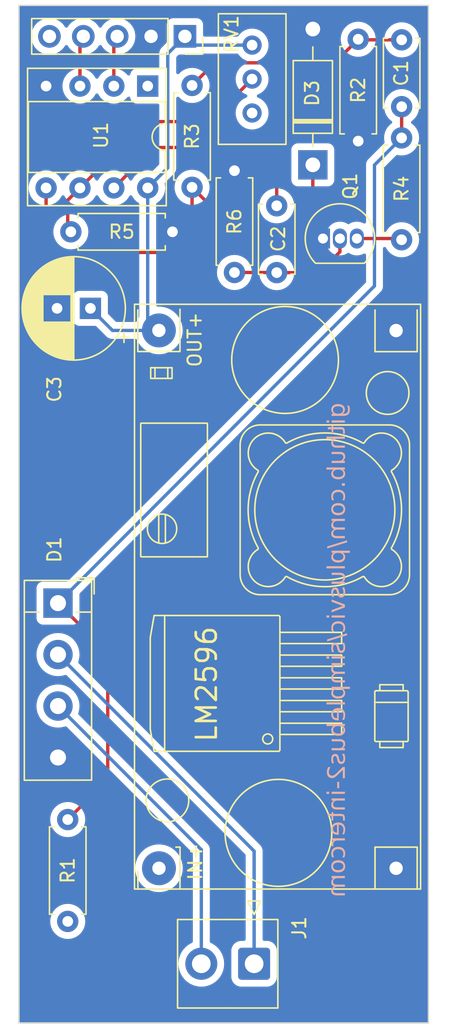
<source format=kicad_pcb>
(kicad_pcb (version 20240108) (generator "pcbnew") (generator_version "8.0")
  (layers (0 "F.Cu" signal) (31 "B.Cu" power) (34 "B.Paste" user) (35 "F.Paste" user) (36 "B.SilkS" user "B.Silkscreen") (37 "F.SilkS" user "F.Silkscreen") (38 "B.Mask" user) (39 "F.Mask" user) (44 "Edge.Cuts" user))
  (net 0 "")
  (net 1 "Net-(D1-+)")
  (net 2 "GND")
  (net 3 "Net-(J1-Pin_1)")
  (net 4 "Net-(J1-Pin_2)")
  (net 5 "+5V")
  (net 6 "UART TX")
  (net 7 "UART RX")
  (net 9 "Net-(Q1-B)")
  (net 10 "Net-(Q1-C)")
  (net 11 "Net-(J3-Pin_1)")
  (net 12 "REF VOLTAGE")
  (net 15 "Net-(U1-PB2)")
  (net 16 "Net-(C1-Pad2)")
  (net 17 "Net-(D3-K)")
  (net 18 "Net-(IN1-Pin_1)")
  (footprint "Capacitor_THT:C_Disc_D5.0mm_W2.5mm_P5.00mm" (layer "F.Cu") (at 55.669346 40.269213 -90)
    (property "Reference" "C2" (at 2.48158 -0.112687 -90) (layer "F.SilkS"))
    (property "Value" "100nF")
    (fp_line (start -0.12 1.37) (end 5.12 1.37) (stroke (width 0.12)) (layer "F.SilkS"))
    (fp_line (start -0.12 1.055) (end -0.12 1.37) (stroke (width 0.12)) (layer "F.SilkS"))
    (fp_line (start 5.12 1.055) (end 5.12 1.37) (stroke (width 0.12)) (layer "F.SilkS"))
    (fp_line (start -0.12 -1.37) (end -0.12 -1.055) (stroke (width 0.12)) (layer "F.SilkS"))
    (fp_line (start -0.12 -1.37) (end 5.12 -1.37) (stroke (width 0.12)) (layer "F.SilkS"))
    (fp_line (start 5.12 -1.37) (end 5.12 -1.055) (stroke (width 0.12)) (layer "F.SilkS"))
    (pad "1" thru_hole circle (at 0 0 270) (size 1.6 1.6) (drill 0.8) (layers "*.Cu" "*.Mask") (net 15 "Net-(U1-PB2)"))
    (pad "2" thru_hole circle (at 5 0 270) (size 1.6 1.6) (drill 0.8) (layers "*.Cu" "*.Mask") (net 9 "Net-(Q1-B)"))
  )
  (footprint "Capacitor_THT:C_Disc_D5.0mm_W2.5mm_P5.00mm" (layer "F.Cu") (at 65.037233 32.852856 90)
    (property "Reference" "C1" (at 2.5 -0.037233 90) (layer "F.SilkS"))
    (property "Value" "0.1uF")
    (fp_line (start 5.12 -1.37) (end 5.12 -1.055) (stroke (width 0.12)) (layer "F.SilkS"))
    (fp_line (start -0.12 -1.37) (end 5.12 -1.37) (stroke (width 0.12)) (layer "F.SilkS"))
    (fp_line (start -0.12 -1.37) (end -0.12 -1.055) (stroke (width 0.12)) (layer "F.SilkS"))
    (fp_line (start 5.12 1.055) (end 5.12 1.37) (stroke (width 0.12)) (layer "F.SilkS"))
    (fp_line (start -0.12 1.055) (end -0.12 1.37) (stroke (width 0.12)) (layer "F.SilkS"))
    (fp_line (start -0.12 1.37) (end 5.12 1.37) (stroke (width 0.12)) (layer "F.SilkS"))
    (pad "1" thru_hole circle (at 0 0 90) (size 1.6 1.6) (drill 0.8) (layers "*.Cu" "*.Mask") (net 1 "Net-(D1-+)"))
    (pad "2" thru_hole circle (at 5 0 90) (size 1.6 1.6) (drill 0.8) (layers "*.Cu" "*.Mask") (net 16 "Net-(C1-Pad2)"))
  )
  (footprint "Resistor_THT:R_Axial_DIN0207_L6.3mm_D2.5mm_P7.62mm_Horizontal" (layer "F.Cu") (at 65.031734 35.19 -90)
    (property "Reference" "R4" (at 3.81 0 -90) (layer "F.SilkS"))
    (property "Value" "220R")
    (fp_line (start 0.54 1.37) (end 7.08 1.37) (stroke (width 0.12)) (layer "F.SilkS"))
    (fp_line (start 7.08 1.37) (end 7.08 1.04) (stroke (width 0.12)) (layer "F.SilkS"))
    (fp_line (start 0.54 1.04) (end 0.54 1.37) (stroke (width 0.12)) (layer "F.SilkS"))
    (fp_line (start 0.54 -1.04) (end 0.54 -1.37) (stroke (width 0.12)) (layer "F.SilkS"))
    (fp_line (start 0.54 -1.37) (end 7.08 -1.37) (stroke (width 0.12)) (layer "F.SilkS"))
    (fp_line (start 7.08 -1.37) (end 7.08 -1.04) (stroke (width 0.12)) (layer "F.SilkS"))
    (pad "1" thru_hole circle (at 0 0 270) (size 1.6 1.6) (drill 0.8) (layers "*.Cu" "*.Mask") (net 1 "Net-(D1-+)"))
    (pad "2" thru_hole oval (at 7.62 0 270) (size 1.6 1.6) (drill 0.8) (layers "*.Cu" "*.Mask") (net 10 "Net-(Q1-C)"))
  )
  (footprint "Connector_PinSocket_2.54mm:PinSocket_1x05_P2.54mm_Vertical" (layer "F.Cu") (at 48.78737 27.592601 -90)
    (property "Reference" "J2" (hide yes))
    (property "Value" "HC-12")
    (fp_line (start -1.33 11.49) (end 1.33 11.49) (stroke (width 0.12)) (layer "F.SilkS"))
    (fp_line (start -1.33 1.27) (end -1.33 11.49) (stroke (width 0.12)) (layer "F.SilkS"))
    (fp_line (start -1.33 1.27) (end 1.33 1.27) (stroke (width 0.12)) (layer "F.SilkS"))
    (fp_line (start 1.33 1.27) (end 1.33 11.49) (stroke (width 0.12)) (layer "F.SilkS"))
    (fp_line (start 0 -1.33) (end 1.33 -1.33) (stroke (width 0.12)) (layer "F.SilkS"))
    (fp_line (start 1.33 -1.33) (end 1.33 0) (stroke (width 0.12)) (layer "F.SilkS"))
    (pad "1" thru_hole rect (at 0 0 270) (size 1.7 1.7) (drill 1) (layers "*.Cu" "*.Mask") (net 5 "+5V"))
    (pad "2" thru_hole oval (at 0 2.54 270) (size 1.7 1.7) (drill 1) (layers "*.Cu" "*.Mask") (net 2 "GND"))
    (pad "3" thru_hole oval (at 0 5.08 270) (size 1.7 1.7) (drill 1) (layers "*.Cu" "*.Mask") (net 6 "UART TX"))
    (pad "4" thru_hole oval (at 0 7.62 270) (size 1.7 1.7) (drill 1) (layers "*.Cu" "*.Mask") (net 7 "UART RX"))
    (pad "5" thru_hole oval (at 0 10.16 270) (size 1.7 1.7) (drill 1) (layers "*.Cu" "*.Mask"))
  )
  (footprint "Diode_THT:D_DO-41_SOD81_P10.16mm_Horizontal" (layer "F.Cu") (at 58.376591 37.205214 90)
    (property "Reference" "D3" (at 5.3594 -0.0508 90) (layer "F.SilkS"))
    (property "Value" "1N47xxA")
    (fp_line (start 7.8 -1.47) (end 2.36 -1.47) (stroke (width 0.12)) (layer "F.SilkS"))
    (fp_line (start 3.38 -1.47) (end 3.38 1.47) (stroke (width 0.12)) (layer "F.SilkS"))
    (fp_line (start 3.26 -1.47) (end 3.26 1.47) (stroke (width 0.12)) (layer "F.SilkS"))
    (fp_line (start 3.14 -1.47) (end 3.14 1.47) (stroke (width 0.12)) (layer "F.SilkS"))
    (fp_line (start 2.36 -1.47) (end 2.36 1.47) (stroke (width 0.12)) (layer "F.SilkS"))
    (fp_line (start 8.82 0) (end 7.8 0) (stroke (width 0.12)) (layer "F.SilkS"))
    (fp_line (start 1.34 0) (end 2.36 0) (stroke (width 0.12)) (layer "F.SilkS"))
    (fp_line (start 7.8 1.47) (end 7.8 -1.47) (stroke (width 0.12)) (layer "F.SilkS"))
    (fp_line (start 2.36 1.47) (end 7.8 1.47) (stroke (width 0.12)) (layer "F.SilkS"))
    (pad "1" thru_hole rect (at 0 0 90) (size 2.2 2.2) (drill 1.1) (layers "*.Cu" "*.Mask") (net 17 "Net-(D3-K)"))
    (pad "2" thru_hole oval (at 10.16 0 90) (size 2.2 2.2) (drill 1.1) (layers "*.Cu" "*.Mask") (net 2 "GND"))
  )
  (footprint "Potentiometer_THT:Potentiometer_Bourns_3296W_Vertical" (layer "F.Cu") (at 53.823273 28.247157 90)
    (property "Reference" "RV1" (at 0.821624 -1.541804 90) (layer "F.SilkS"))
    (property "Value" "3298")
    (fp_line (start 2.345 -2.53) (end 2.345 2.54) (stroke (width 0.12)) (layer "F.SilkS"))
    (fp_line (start -7.425 -2.53) (end 2.345 -2.53) (stroke (width 0.12)) (layer "F.SilkS"))
    (fp_line (start -7.425 -2.53) (end -7.425 2.54) (stroke (width 0.12)) (layer "F.SilkS"))
    (fp_line (start -7.425 2.54) (end 2.345 2.54) (stroke (width 0.12)) (layer "F.SilkS"))
    (pad "1" thru_hole circle (at 0 0 90) (size 1.44 1.44) (drill 0.8) (layers "*.Cu" "*.Mask") (net 5 "+5V"))
    (pad "2" thru_hole circle (at -2.54 0 90) (size 1.44 1.44) (drill 0.8) (layers "*.Cu" "*.Mask") (net 12 "REF VOLTAGE"))
    (pad "3" thru_hole circle (at -5.08 0 90) (size 1.44 1.44) (drill 0.8) (layers "*.Cu" "*.Mask"))
  )
  (footprint "Resistor_THT:R_Axial_DIN0207_L6.3mm_D2.5mm_P7.62mm_Horizontal" (layer "F.Cu") (at 40 86.19 -90)
    (property "Reference" "R1" (at 3.81 0 -90) (layer "F.SilkS"))
    (property "Value" "560R")
    (fp_line (start 0.54 1.37) (end 7.08 1.37) (stroke (width 0.12)) (layer "F.SilkS"))
    (fp_line (start 7.08 1.37) (end 7.08 1.04) (stroke (width 0.12)) (layer "F.SilkS"))
    (fp_line (start 0.54 1.04) (end 0.54 1.37) (stroke (width 0.12)) (layer "F.SilkS"))
    (fp_line (start 0.54 -1.04) (end 0.54 -1.37) (stroke (width 0.12)) (layer "F.SilkS"))
    (fp_line (start 0.54 -1.37) (end 7.08 -1.37) (stroke (width 0.12)) (layer "F.SilkS"))
    (fp_line (start 7.08 -1.37) (end 7.08 -1.04) (stroke (width 0.12)) (layer "F.SilkS"))
    (pad "1" thru_hole circle (at 0 0 270) (size 1.6 1.6) (drill 0.8) (layers "*.Cu" "*.Mask") (net 1 "Net-(D1-+)"))
    (pad "2" thru_hole oval (at 7.62 0 270) (size 1.6 1.6) (drill 0.8) (layers "*.Cu" "*.Mask") (net 18 "Net-(IN1-Pin_1)"))
  )
  (footprint "Package_TO_SOT_THT:TO-92_Inline" (layer "F.Cu") (at 59.137509 42.719059)
    (property "Reference" "Q1" (at 2.043242 -3.917166 90) (layer "F.SilkS"))
    (property "Value" "PN2222A")
    (fp_line (start -0.53 1.85) (end 3.07 1.85) (stroke (width 0.12)) (layer "F.SilkS"))
    (fp_arc (start -0.568478 1.838478) (mid -1.132087 -0.994977) (end 1.27 -2.6) (stroke (width 0.12)) (layer "F.SilkS"))
    (fp_arc (start 1.27 -2.6) (mid 3.672087 -0.994977) (end 3.108478 1.838478) (stroke (width 0.12)) (layer "F.SilkS"))
    (pad "1" thru_hole rect (at 0 0) (size 1.05 1.5) (drill 0.75) (layers "*.Cu" "*.Mask") (net 2 "GND"))
    (pad "2" thru_hole oval (at 1.27 0) (size 1.05 1.5) (drill 0.75) (layers "*.Cu" "*.Mask") (net 9 "Net-(Q1-B)"))
    (pad "3" thru_hole oval (at 2.54 0) (size 1.05 1.5) (drill 0.75) (layers "*.Cu" "*.Mask") (net 10 "Net-(Q1-C)"))
  )
  (footprint "Capacitor_THT:CP_Radial_D7.5mm_P2.50mm" (layer "F.Cu") (at 41.700494 47.941934 180)
    (property "Reference" "C3" (at 2.700494 -6.058066 -90) (layer "F.SilkS"))
    (property "Value" "1000uF")
    (fp_line (start 5.091 -0.441) (end 5.091 0.441) (stroke (width 0.12)) (layer "F.SilkS"))
    (fp_line (start 5.051 -0.693) (end 5.051 0.693) (stroke (width 0.12)) (layer "F.SilkS"))
    (fp_line (start 5.011 -0.877) (end 5.011 0.877) (stroke (width 0.12)) (layer "F.SilkS"))
    (fp_line (start 4.971 -1.028) (end 4.971 1.028) (stroke (width 0.12)) (layer "F.SilkS"))
    (fp_line (start 4.931 -1.158) (end 4.931 1.158) (stroke (width 0.12)) (layer "F.SilkS"))
    (fp_line (start 4.891 -1.275) (end 4.891 1.275) (stroke (width 0.12)) (layer "F.SilkS"))
    (fp_line (start 4.851 -1.381) (end 4.851 1.381) (stroke (width 0.12)) (layer "F.SilkS"))
    (fp_line (start 4.811 -1.478) (end 4.811 1.478) (stroke (width 0.12)) (layer "F.SilkS"))
    (fp_line (start 4.771 -1.569) (end 4.771 1.569) (stroke (width 0.12)) (layer "F.SilkS"))
    (fp_line (start 4.731 -1.654) (end 4.731 1.654) (stroke (width 0.12)) (layer "F.SilkS"))
    (fp_line (start 4.691 -1.733) (end 4.691 1.733) (stroke (width 0.12)) (layer "F.SilkS"))
    (fp_line (start 4.651 -1.809) (end 4.651 1.809) (stroke (width 0.12)) (layer "F.SilkS"))
    (fp_line (start 4.611 -1.881) (end 4.611 1.881) (stroke (width 0.12)) (layer "F.SilkS"))
    (fp_line (start 4.571 -1.949) (end 4.571 1.949) (stroke (width 0.12)) (layer "F.SilkS"))
    (fp_line (start 4.531 -2.014) (end 4.531 2.014) (stroke (width 0.12)) (layer "F.SilkS"))
    (fp_line (start 4.491 -2.077) (end 4.491 2.077) (stroke (width 0.12)) (layer "F.SilkS"))
    (fp_line (start 4.451 -2.137) (end 4.451 2.137) (stroke (width 0.12)) (layer "F.SilkS"))
    (fp_line (start 4.411 -2.195) (end 4.411 2.195) (stroke (width 0.12)) (layer "F.SilkS"))
    (fp_line (start 4.371 -2.25) (end 4.371 2.25) (stroke (width 0.12)) (layer "F.SilkS"))
    (fp_line (start 4.331 -2.304) (end 4.331 2.304) (stroke (width 0.12)) (layer "F.SilkS"))
    (fp_line (start 4.291 -2.355) (end 4.291 2.355) (stroke (width 0.12)) (layer "F.SilkS"))
    (fp_line (start 4.251 -2.405) (end 4.251 2.405) (stroke (width 0.12)) (layer "F.SilkS"))
    (fp_line (start 4.211 -2.454) (end 4.211 2.454) (stroke (width 0.12)) (layer "F.SilkS"))
    (fp_line (start 4.171 -2.5) (end 4.171 2.5) (stroke (width 0.12)) (layer "F.SilkS"))
    (fp_line (start 4.131 -2.546) (end 4.131 2.546) (stroke (width 0.12)) (layer "F.SilkS"))
    (fp_line (start 4.091 -2.589) (end 4.091 2.589) (stroke (width 0.12)) (layer "F.SilkS"))
    (fp_line (start 4.051 -2.632) (end 4.051 2.632) (stroke (width 0.12)) (layer "F.SilkS"))
    (fp_line (start 4.011 -2.673) (end 4.011 2.673) (stroke (width 0.12)) (layer "F.SilkS"))
    (fp_line (start 3.971 -2.713) (end 3.971 2.713) (stroke (width 0.12)) (layer "F.SilkS"))
    (fp_line (start 3.931 -2.752) (end 3.931 2.752) (stroke (width 0.12)) (layer "F.SilkS"))
    (fp_line (start 3.891 -2.79) (end 3.891 2.79) (stroke (width 0.12)) (layer "F.SilkS"))
    (fp_line (start 3.851 -2.827) (end 3.851 2.827) (stroke (width 0.12)) (layer "F.SilkS"))
    (fp_line (start 3.811 -2.863) (end 3.811 2.863) (stroke (width 0.12)) (layer "F.SilkS"))
    (fp_line (start 3.771 -2.898) (end 3.771 2.898) (stroke (width 0.12)) (layer "F.SilkS"))
    (fp_line (start 3.731 -2.931) (end 3.731 2.931) (stroke (width 0.12)) (layer "F.SilkS"))
    (fp_line (start 3.691 -2.964) (end 3.691 2.964) (stroke (width 0.12)) (layer "F.SilkS"))
    (fp_line (start 3.651 -2.996) (end 3.651 2.996) (stroke (width 0.12)) (layer "F.SilkS"))
    (fp_line (start 3.611 -3.028) (end 3.611 3.028) (stroke (width 0.12)) (layer "F.SilkS"))
    (fp_line (start 3.571 -3.058) (end 3.571 3.058) (stroke (width 0.12)) (layer "F.SilkS"))
    (fp_line (start 3.531 1.04) (end 3.531 3.088) (stroke (width 0.12)) (layer "F.SilkS"))
    (fp_line (start 3.531 -3.088) (end 3.531 -1.04) (stroke (width 0.12)) (layer "F.SilkS"))
    (fp_line (start 3.491 1.04) (end 3.491 3.116) (stroke (width 0.12)) (layer "F.SilkS"))
    (fp_line (start 3.491 -3.116) (end 3.491 -1.04) (stroke (width 0.12)) (layer "F.SilkS"))
    (fp_line (start 3.451 1.04) (end 3.451 3.144) (stroke (width 0.12)) (layer "F.SilkS"))
    (fp_line (start 3.451 -3.144) (end 3.451 -1.04) (stroke (width 0.12)) (layer "F.SilkS"))
    (fp_line (start 3.411 1.04) (end 3.411 3.172) (stroke (width 0.12)) (layer "F.SilkS"))
    (fp_line (start 3.411 -3.172) (end 3.411 -1.04) (stroke (width 0.12)) (layer "F.SilkS"))
    (fp_line (start 3.371 1.04) (end 3.371 3.198) (stroke (width 0.12)) (layer "F.SilkS"))
    (fp_line (start 3.371 -3.198) (end 3.371 -1.04) (stroke (width 0.12)) (layer "F.SilkS"))
    (fp_line (start 3.331 1.04) (end 3.331 3.224) (stroke (width 0.12)) (layer "F.SilkS"))
    (fp_line (start 3.331 -3.224) (end 3.331 -1.04) (stroke (width 0.12)) (layer "F.SilkS"))
    (fp_line (start 3.291 1.04) (end 3.291 3.249) (stroke (width 0.12)) (layer "F.SilkS"))
    (fp_line (start 3.291 -3.249) (end 3.291 -1.04) (stroke (width 0.12)) (layer "F.SilkS"))
    (fp_line (start 3.251 1.04) (end 3.251 3.274) (stroke (width 0.12)) (layer "F.SilkS"))
    (fp_line (start 3.251 -3.274) (end 3.251 -1.04) (stroke (width 0.12)) (layer "F.SilkS"))
    (fp_line (start 3.211 1.04) (end 3.211 3.297) (stroke (width 0.12)) (layer "F.SilkS"))
    (fp_line (start 3.211 -3.297) (end 3.211 -1.04) (stroke (width 0.12)) (layer "F.SilkS"))
    (fp_line (start 3.171 1.04) (end 3.171 3.321) (stroke (width 0.12)) (layer "F.SilkS"))
    (fp_line (start 3.171 -3.321) (end 3.171 -1.04) (stroke (width 0.12)) (layer "F.SilkS"))
    (fp_line (start 3.131 1.04) (end 3.131 3.343) (stroke (width 0.12)) (layer "F.SilkS"))
    (fp_line (start 3.131 -3.343) (end 3.131 -1.04) (stroke (width 0.12)) (layer "F.SilkS"))
    (fp_line (start 3.091 1.04) (end 3.091 3.365) (stroke (width 0.12)) (layer "F.SilkS"))
    (fp_line (start 3.091 -3.365) (end 3.091 -1.04) (stroke (width 0.12)) (layer "F.SilkS"))
    (fp_line (start 3.051 1.04) (end 3.051 3.386) (stroke (width 0.12)) (layer "F.SilkS"))
    (fp_line (start 3.051 -3.386) (end 3.051 -1.04) (stroke (width 0.12)) (layer "F.SilkS"))
    (fp_line (start 3.011 1.04) (end 3.011 3.407) (stroke (width 0.12)) (layer "F.SilkS"))
    (fp_line (start 3.011 -3.407) (end 3.011 -1.04) (stroke (width 0.12)) (layer "F.SilkS"))
    (fp_line (start 2.971 1.04) (end 2.971 3.427) (stroke (width 0.12)) (layer "F.SilkS"))
    (fp_line (start 2.971 -3.427) (end 2.971 -1.04) (stroke (width 0.12)) (layer "F.SilkS"))
    (fp_line (start 2.931 1.04) (end 2.931 3.447) (stroke (width 0.12)) (layer "F.SilkS"))
    (fp_line (start 2.931 -3.447) (end 2.931 -1.04) (stroke (width 0.12)) (layer "F.SilkS"))
    (fp_line (start 2.891 1.04) (end 2.891 3.466) (stroke (width 0.12)) (layer "F.SilkS"))
    (fp_line (start 2.891 -3.466) (end 2.891 -1.04) (stroke (width 0.12)) (layer "F.SilkS"))
    (fp_line (start 2.851 1.04) (end 2.851 3.484) (stroke (width 0.12)) (layer "F.SilkS"))
    (fp_line (start 2.851 -3.484) (end 2.851 -1.04) (stroke (width 0.12)) (layer "F.SilkS"))
    (fp_line (start 2.811 1.04) (end 2.811 3.502) (stroke (width 0.12)) (layer "F.SilkS"))
    (fp_line (start 2.811 -3.502) (end 2.811 -1.04) (stroke (width 0.12)) (layer "F.SilkS"))
    (fp_line (start 2.771 1.04) (end 2.771 3.52) (stroke (width 0.12)) (layer "F.SilkS"))
    (fp_line (start 2.771 -3.52) (end 2.771 -1.04) (stroke (width 0.12)) (layer "F.SilkS"))
    (fp_line (start 2.731 1.04) (end 2.731 3.536) (stroke (width 0.12)) (layer "F.SilkS"))
    (fp_line (start 2.731 -3.536) (end 2.731 -1.04) (stroke (width 0.12)) (layer "F.SilkS"))
    (fp_line (start 2.691 1.04) (end 2.691 3.553) (stroke (width 0.12)) (layer "F.SilkS"))
    (fp_line (start 2.691 -3.553) (end 2.691 -1.04) (stroke (width 0.12)) (layer "F.SilkS"))
    (fp_line (start 2.651 1.04) (end 2.651 3.568) (stroke (width 0.12)) (layer "F.SilkS"))
    (fp_line (start 2.651 -3.568) (end 2.651 -1.04) (stroke (width 0.12)) (layer "F.SilkS"))
    (fp_line (start 2.611 1.04) (end 2.611 3.584) (stroke (width 0.12)) (layer "F.SilkS"))
    (fp_line (start 2.611 -3.584) (end 2.611 -1.04) (stroke (width 0.12)) (layer "F.SilkS"))
    (fp_line (start 2.571 1.04) (end 2.571 3.598) (stroke (width 0.12)) (layer "F.SilkS"))
    (fp_line (start 2.571 -3.598) (end 2.571 -1.04) (stroke (width 0.12)) (layer "F.SilkS"))
    (fp_line (start 2.531 1.04) (end 2.531 3.613) (stroke (width 0.12)) (layer "F.SilkS"))
    (fp_line (start 2.531 -3.613) (end 2.531 -1.04) (stroke (width 0.12)) (layer "F.SilkS"))
    (fp_line (start 2.491 1.04) (end 2.491 3.626) (stroke (width 0.12)) (layer "F.SilkS"))
    (fp_line (start 2.491 -3.626) (end 2.491 -1.04) (stroke (width 0.12)) (layer "F.SilkS"))
    (fp_line (start 2.451 1.04) (end 2.451 3.64) (stroke (width 0.12)) (layer "F.SilkS"))
    (fp_line (start 2.451 -3.64) (end 2.451 -1.04) (stroke (width 0.12)) (layer "F.SilkS"))
    (fp_line (start 2.411 1.04) (end 2.411 3.653) (stroke (width 0.12)) (layer "F.SilkS"))
    (fp_line (start 2.411 -3.653) (end 2.411 -1.04) (stroke (width 0.12)) (layer "F.SilkS"))
    (fp_line (start 2.371 1.04) (end 2.371 3.665) (stroke (width 0.12)) (layer "F.SilkS"))
    (fp_line (start 2.371 -3.665) (end 2.371 -1.04) (stroke (width 0.12)) (layer "F.SilkS"))
    (fp_line (start 2.331 1.04) (end 2.331 3.677) (stroke (width 0.12)) (layer "F.SilkS"))
    (fp_line (start 2.331 -3.677) (end 2.331 -1.04) (stroke (width 0.12)) (layer "F.SilkS"))
    (fp_line (start 2.291 1.04) (end 2.291 3.688) (stroke (width 0.12)) (layer "F.SilkS"))
    (fp_line (start 2.291 -3.688) (end 2.291 -1.04) (stroke (width 0.12)) (layer "F.SilkS"))
    (fp_line (start 2.251 1.04) (end 2.251 3.699) (stroke (width 0.12)) (layer "F.SilkS"))
    (fp_line (start 2.251 -3.699) (end 2.251 -1.04) (stroke (width 0.12)) (layer "F.SilkS"))
    (fp_line (start 2.211 1.04) (end 2.211 3.71) (stroke (width 0.12)) (layer "F.SilkS"))
    (fp_line (start 2.211 -3.71) (end 2.211 -1.04) (stroke (width 0.12)) (layer "F.SilkS"))
    (fp_line (start 2.171 1.04) (end 2.171 3.72) (stroke (width 0.12)) (layer "F.SilkS"))
    (fp_line (start 2.171 -3.72) (end 2.171 -1.04) (stroke (width 0.12)) (layer "F.SilkS"))
    (fp_line (start 2.131 1.04) (end 2.131 3.729) (stroke (width 0.12)) (layer "F.SilkS"))
    (fp_line (start 2.131 -3.729) (end 2.131 -1.04) (stroke (width 0.12)) (layer "F.SilkS"))
    (fp_line (start 2.091 1.04) (end 2.091 3.738) (stroke (width 0.12)) (layer "F.SilkS"))
    (fp_line (start 2.091 -3.738) (end 2.091 -1.04) (stroke (width 0.12)) (layer "F.SilkS"))
    (fp_line (start 2.051 1.04) (end 2.051 3.747) (stroke (width 0.12)) (layer "F.SilkS"))
    (fp_line (start 2.051 -3.747) (end 2.051 -1.04) (stroke (width 0.12)) (layer "F.SilkS"))
    (fp_line (start 2.011 1.04) (end 2.011 3.755) (stroke (width 0.12)) (layer "F.SilkS"))
    (fp_line (start 2.011 -3.755) (end 2.011 -1.04) (stroke (width 0.12)) (layer "F.SilkS"))
    (fp_line (start 1.971 1.04) (end 1.971 3.763) (stroke (width 0.12)) (layer "F.SilkS"))
    (fp_line (start 1.971 -3.763) (end 1.971 -1.04) (stroke (width 0.12)) (layer "F.SilkS"))
    (fp_line (start 1.93 1.04) (end 1.93 3.77) (stroke (width 0.12)) (layer "F.SilkS"))
    (fp_line (start 1.93 -3.77) (end 1.93 -1.04) (stroke (width 0.12)) (layer "F.SilkS"))
    (fp_line (start 1.89 1.04) (end 1.89 3.777) (stroke (width 0.12)) (layer "F.SilkS"))
    (fp_line (start 1.89 -3.777) (end 1.89 -1.04) (stroke (width 0.12)) (layer "F.SilkS"))
    (fp_line (start 1.85 1.04) (end 1.85 3.784) (stroke (width 0.12)) (layer "F.SilkS"))
    (fp_line (start 1.85 -3.784) (end 1.85 -1.04) (stroke (width 0.12)) (layer "F.SilkS"))
    (fp_line (start 1.81 1.04) (end 1.81 3.79) (stroke (width 0.12)) (layer "F.SilkS"))
    (fp_line (start 1.81 -3.79) (end 1.81 -1.04) (stroke (width 0.12)) (layer "F.SilkS"))
    (fp_line (start 1.77 1.04) (end 1.77 3.795) (stroke (width 0.12)) (layer "F.SilkS"))
    (fp_line (start 1.77 -3.795) (end 1.77 -1.04) (stroke (width 0.12)) (layer "F.SilkS"))
    (fp_line (start 1.73 1.04) (end 1.73 3.801) (stroke (width 0.12)) (layer "F.SilkS"))
    (fp_line (start 1.73 -3.801) (end 1.73 -1.04) (stroke (width 0.12)) (layer "F.SilkS"))
    (fp_line (start 1.69 1.04) (end 1.69 3.805) (stroke (width 0.12)) (layer "F.SilkS"))
    (fp_line (start 1.69 -3.805) (end 1.69 -1.04) (stroke (width 0.12)) (layer "F.SilkS"))
    (fp_line (start 1.65 1.04) (end 1.65 3.81) (stroke (width 0.12)) (layer "F.SilkS"))
    (fp_line (start 1.65 -3.81) (end 1.65 -1.04) (stroke (width 0.12)) (layer "F.SilkS"))
    (fp_line (start 1.61 1.04) (end 1.61 3.814) (stroke (width 0.12)) (layer "F.SilkS"))
    (fp_line (start 1.61 -3.814) (end 1.61 -1.04) (stroke (width 0.12)) (layer "F.SilkS"))
    (fp_line (start 1.57 1.04) (end 1.57 3.817) (stroke (width 0.12)) (layer "F.SilkS"))
    (fp_line (start 1.57 -3.817) (end 1.57 -1.04) (stroke (width 0.12)) (layer "F.SilkS"))
    (fp_line (start 1.53 1.04) (end 1.53 3.82) (stroke (width 0.12)) (layer "F.SilkS"))
    (fp_line (start 1.53 -3.82) (end 1.53 -1.04) (stroke (width 0.12)) (layer "F.SilkS"))
    (fp_line (start 1.49 1.04) (end 1.49 3.823) (stroke (width 0.12)) (layer "F.SilkS"))
    (fp_line (start 1.49 -3.823) (end 1.49 -1.04) (stroke (width 0.12)) (layer "F.SilkS"))
    (fp_line (start 1.45 -3.825) (end 1.45 3.825) (stroke (width 0.12)) (layer "F.SilkS"))
    (fp_line (start 1.41 -3.827) (end 1.41 3.827) (stroke (width 0.12)) (layer "F.SilkS"))
    (fp_line (start 1.37 -3.829) (end 1.37 3.829) (stroke (width 0.12)) (layer "F.SilkS"))
    (fp_line (start 1.33 -3.83) (end 1.33 3.83) (stroke (width 0.12)) (layer "F.SilkS"))
    (fp_line (start 1.29 -3.83) (end 1.29 3.83) (stroke (width 0.12)) (layer "F.SilkS"))
    (fp_line (start 1.25 -3.83) (end 1.25 3.83) (stroke (width 0.12)) (layer "F.SilkS"))
    (fp_line (start -2.517211 -2.55) (end -2.517211 -1.8) (stroke (width 0.12)) (layer "F.SilkS"))
    (fp_line (start -2.892211 -2.175) (end -2.142211 -2.175) (stroke (width 0.12)) (layer "F.SilkS"))
    (fp_circle (center 1.25 0) (end 5.12 0) (stroke (width 0.12)) (fill none) (layer "F.SilkS"))
    (pad "1" thru_hole rect (at 0 0 180) (size 1.6 1.6) (drill 0.8) (layers "*.Cu" "*.Mask") (net 5 "+5V"))
    (pad "2" thru_hole circle (at 2.5 0 180) (size 1.6 1.6) (drill 0.8) (layers "*.Cu" "*.Mask") (net 2 "GND"))
  )
  (footprint "Resistor_THT:R_Axial_DIN0207_L6.3mm_D2.5mm_P7.62mm_Horizontal" (layer "F.Cu") (at 61.778891 27.808645 -90)
    (property "Reference" "R2" (at 3.81 0 -90) (layer "F.SilkS"))
    (property "Value" "10k")
    (fp_line (start 0.54 1.37) (end 7.08 1.37) (stroke (width 0.12)) (layer "F.SilkS"))
    (fp_line (start 7.08 1.37) (end 7.08 1.04) (stroke (width 0.12)) (layer "F.SilkS"))
    (fp_line (start 0.54 1.04) (end 0.54 1.37) (stroke (width 0.12)) (layer "F.SilkS"))
    (fp_line (start 0.54 -1.04) (end 0.54 -1.37) (stroke (width 0.12)) (layer "F.SilkS"))
    (fp_line (start 0.54 -1.37) (end 7.08 -1.37) (stroke (width 0.12)) (layer "F.SilkS"))
    (fp_line (start 7.08 -1.37) (end 7.08 -1.04) (stroke (width 0.12)) (layer "F.SilkS"))
    (pad "1" thru_hole circle (at 0 0 270) (size 1.6 1.6) (drill 0.8) (layers "*.Cu" "*.Mask") (net 16 "Net-(C1-Pad2)"))
    (pad "2" thru_hole oval (at 7.62 0 270) (size 1.6 1.6) (drill 0.8) (layers "*.Cu" "*.Mask") (net 2 "GND"))
  )
  (footprint "Resistor_THT:R_Axial_DIN0207_L6.3mm_D2.5mm_P7.62mm_Horizontal" (layer "F.Cu") (at 52.5 45.260066 90)
    (property "Reference" "R6" (at 3.81 0 90) (layer "F.SilkS"))
    (property "Value" "2.2k")
    (fp_line (start 7.08 -1.37) (end 7.08 -1.04) (stroke (width 0.12)) (layer "F.SilkS"))
    (fp_line (start 0.54 -1.37) (end 7.08 -1.37) (stroke (width 0.12)) (layer "F.SilkS"))
    (fp_line (start 0.54 -1.04) (end 0.54 -1.37) (stroke (width 0.12)) (layer "F.SilkS"))
    (fp_line (start 0.54 1.04) (end 0.54 1.37) (stroke (width 0.12)) (layer "F.SilkS"))
    (fp_line (start 7.08 1.37) (end 7.08 1.04) (stroke (width 0.12)) (layer "F.SilkS"))
    (fp_line (start 0.54 1.37) (end 7.08 1.37) (stroke (width 0.12)) (layer "F.SilkS"))
    (pad "1" thru_hole circle (at 0 0 90) (size 1.6 1.6) (drill 0.8) (layers "*.Cu" "*.Mask") (net 9 "Net-(Q1-B)"))
    (pad "2" thru_hole oval (at 7.62 0 90) (size 1.6 1.6) (drill 0.8) (layers "*.Cu" "*.Mask") (net 2 "GND"))
  )
  (footprint "Resistor_THT:R_Axial_DIN0207_L6.3mm_D2.5mm_P7.62mm_Horizontal" (layer "F.Cu") (at 49.321573 38.885597 90)
    (property "Reference" "R3" (at 3.81 0 90) (layer "F.SilkS"))
    (property "Value" "100")
    (fp_line (start 7.08 -1.37) (end 7.08 -1.04) (stroke (width 0.12)) (layer "F.SilkS"))
    (fp_line (start 0.54 -1.37) (end 7.08 -1.37) (stroke (width 0.12)) (layer "F.SilkS"))
    (fp_line (start 0.54 -1.04) (end 0.54 -1.37) (stroke (width 0.12)) (layer "F.SilkS"))
    (fp_line (start 0.54 1.04) (end 0.54 1.37) (stroke (width 0.12)) (layer "F.SilkS"))
    (fp_line (start 7.08 1.37) (end 7.08 1.04) (stroke (width 0.12)) (layer "F.SilkS"))
    (fp_line (start 0.54 1.37) (end 7.08 1.37) (stroke (width 0.12)) (layer "F.SilkS"))
    (pad "1" thru_hole circle (at 0 0 90) (size 1.6 1.6) (drill 0.8) (layers "*.Cu" "*.Mask") (net 17 "Net-(D3-K)"))
    (pad "2" thru_hole oval (at 7.62 0 90) (size 1.6 1.6) (drill 0.8) (layers "*.Cu" "*.Mask") (net 16 "Net-(C1-Pad2)"))
  )
  (footprint "Resistor_THT:R_Axial_DIN0207_L6.3mm_D2.5mm_P7.62mm_Horizontal" (layer "F.Cu") (at 40.233203 42.21553)
    (property "Reference" "R5" (at 3.81 0 0) (layer "F.SilkS"))
    (property "Value" "10k")
    (fp_line (start 0.54 -1.37) (end 7.08 -1.37) (stroke (width 0.12)) (layer "F.SilkS"))
    (fp_line (start 0.54 -1.04) (end 0.54 -1.37) (stroke (width 0.12)) (layer "F.SilkS"))
    (fp_line (start 0.54 1.04) (end 0.54 1.37) (stroke (width 0.12)) (layer "F.SilkS"))
    (fp_line (start 0.54 1.37) (end 7.08 1.37) (stroke (width 0.12)) (layer "F.SilkS"))
    (fp_line (start 7.08 -1.37) (end 7.08 -1.04) (stroke (width 0.12)) (layer "F.SilkS"))
    (fp_line (start 7.08 1.37) (end 7.08 1.04) (stroke (width 0.12)) (layer "F.SilkS"))
    (pad "1" thru_hole circle (at 0 0) (size 1.6 1.6) (drill 0.8) (layers "*.Cu" "*.Mask") (net 12 "REF VOLTAGE"))
    (pad "2" thru_hole oval (at 7.62 0) (size 1.6 1.6) (drill 0.8) (layers "*.Cu" "*.Mask") (net 2 "GND"))
  )
  (footprint "Library:YAAJ_DCDC_StepDown_LM2596" (layer "F.Cu") (at 46.840533 89.832977 90)
    (property "Reference" "IN+" (at 0.495773 2.717603 90) (layer "F.SilkS"))
    (property "Value" "YAAJ_DCDC_StepDown_LM2596")
    (fp_line (start 42.195 -1.835) (end -1.555 -1.835) (stroke (width 0.12)) (layer "F.SilkS"))
    (fp_line (start -1.555 -1.835) (end -1.555 19.615) (stroke (width 0.12)) (layer "F.SilkS"))
    (fp_line (start 38.659331 -1.585044) (end 41.774331 -1.585044) (stroke (width 0.12)) (layer "F.SilkS"))
    (fp_line (start -1.55 -1.58) (end -0.25 -1.58) (stroke (width 0.12)) (layer "F.SilkS"))
    (fp_line (start 31.942312 -1.368705) (end 31.908357 -1.368705) (stroke (width 0.12)) (layer "F.SilkS"))
    (fp_line (start 31.858978 -1.368705) (end 31.814106 -1.368705) (stroke (width 0.12)) (layer "F.SilkS"))
    (fp_line (start 23.349783 -1.367705) (end 33.249783 -1.367705) (stroke (width 0.12)) (layer "F.SilkS"))
    (fp_line (start 33.299783 -1.317705) (end 33.299783 3.582294) (stroke (width 0.12)) (layer "F.SilkS"))
    (fp_line (start 17.260233 -0.653329) (end 18.910233 -0.36239) (stroke (width 0.12)) (layer "F.SilkS"))
    (fp_line (start 10.400233 -0.653329) (end 17.260233 -0.653329) (stroke (width 0.12)) (layer "F.SilkS"))
    (fp_line (start 37.448681 -0.619704) (end 36.648681 -0.619704) (stroke (width 0.12)) (layer "F.SilkS"))
    (fp_line (start 37.448681 -0.619704) (end 37.448681 0.980295) (stroke (width 0.12)) (layer "F.SilkS"))
    (fp_line (start 8.750233 -0.36239) (end 10.400233 -0.653329) (stroke (width 0.12)) (layer "F.SilkS"))
    (fp_line (start 36.648681 -0.299704) (end 37.448681 -0.299704) (stroke (width 0.12)) (layer "F.SilkS"))
    (fp_line (start 24.336385 -0.0491) (end 24.360553 -0.017705) (stroke (width 0.12)) (layer "F.SilkS"))
    (fp_line (start 26.439014 -0.017705) (end 24.360553 -0.017705) (stroke (width 0.12)) (layer "F.SilkS"))
    (fp_line (start 24.348594 0.007294) (end 24.355764 -0.023925) (stroke (width 0.12)) (layer "F.SilkS"))
    (fp_line (start 24.348594 0.007294) (end 24.360553 -0.017705) (stroke (width 0.12)) (layer "F.SilkS"))
    (fp_line (start 24.348594 0.007294) (end 24.324147 0.002062) (stroke (width 0.12)) (layer "F.SilkS"))
    (fp_line (start 18.910233 0.42667) (end 8.750233 0.42667) (stroke (width 0.12)) (layer "F.SilkS"))
    (fp_line (start 24.360553 0.482294) (end 26.439014 0.482294) (stroke (width 0.12)) (layer "F.SilkS"))
    (fp_line (start 37.448681 0.660295) (end 36.648681 0.660295) (stroke (width 0.12)) (layer "F.SilkS"))
    (fp_line (start 37.448681 0.980295) (end 36.648681 0.980295) (stroke (width 0.12)) (layer "F.SilkS"))
    (fp_line (start 36.648681 0.980295) (end 36.648681 -0.619704) (stroke (width 0.12)) (layer "F.SilkS"))
    (fp_line (start 8.749233 1.004149) (end 8.749233 1.165687) (stroke (width 0.12)) (layer "F.SilkS"))
    (fp_line (start 1.58 1.27) (end 1.58 1.58) (stroke (width 0.12)) (layer "F.SilkS"))
    (fp_line (start 38.659331 1.574956) (end 38.659331 -1.585044) (stroke (width 0.12)) (layer "F.SilkS"))
    (fp_line (start 38.659331 1.574956) (end 41.819331 1.574956) (stroke (width 0.12)) (layer "F.SilkS"))
    (fp_line (start -1.55 1.575) (end 1.58 1.58) (stroke (width 0.12)) (layer "F.SilkS"))
    (fp_line (start 23.299783 3.582294) (end 23.299783 -1.317705) (stroke (width 0.12)) (layer "F.SilkS"))
    (fp_line (start 33.249783 3.632294) (end 23.349783 3.632294) (stroke (width 0.12)) (layer "F.SilkS"))
    (fp_line (start 31.667397 6.085796) (end 21.967397 6.085796) (stroke (width 0.12)) (layer "F.SilkS"))
    (fp_line (start 20.467397 7.585796) (end 20.467397 17.285796) (stroke (width 0.12)) (layer "F.SilkS"))
    (fp_line (start 18.910233 8.989106) (end 18.910233 -0.36239) (stroke (width 0.12)) (layer "F.SilkS"))
    (fp_line (start 8.750233 8.989106) (end 8.750233 -0.36239) (stroke (width 0.12)) (layer "F.SilkS"))
    (fp_line (start 8.750233 8.989106) (end 8.827797 9.06667) (stroke (width 0.12)) (layer "F.SilkS"))
    (fp_line (start 18.83267 9.06667) (end 18.910233 8.989106) (stroke (width 0.12)) (layer "F.SilkS"))
    (fp_line (start 8.827797 9.06667) (end 18.83267 9.06667) (stroke (width 0.12)) (layer "F.SilkS"))
    (fp_line (start 17.650233 13.69667) (end 17.650233 9.06667) (stroke (width 0.12)) (layer "F.SilkS"))
    (fp_line (start 16.810233 13.69667) (end 16.810233 9.06667) (stroke (width 0.12)) (layer "F.SilkS"))
    (fp_line (start 16.810233 13.69667) (end 17.650233 13.69667) (stroke (width 0.12)) (layer "F.SilkS"))
    (fp_line (start 15.950233 13.69667) (end 15.950233 9.06667) (stroke (width 0.12)) (layer "F.SilkS"))
    (fp_line (start 15.110233 13.69667) (end 15.110233 9.06667) (stroke (width 0.12)) (layer "F.SilkS"))
    (fp_line (start 15.110233 13.69667) (end 15.950233 13.69667) (stroke (width 0.12)) (layer "F.SilkS"))
    (fp_line (start 14.250233 13.69667) (end 14.250233 9.06667) (stroke (width 0.12)) (layer "F.SilkS"))
    (fp_line (start 13.410233 13.69667) (end 13.410233 9.06667) (stroke (width 0.12)) (layer "F.SilkS"))
    (fp_line (start 13.410233 13.69667) (end 14.250233 13.69667) (stroke (width 0.12)) (layer "F.SilkS"))
    (fp_line (start 12.550233 13.69667) (end 12.550233 9.06667) (stroke (width 0.12)) (layer "F.SilkS"))
    (fp_line (start 11.710233 13.69667) (end 11.710233 9.06667) (stroke (width 0.12)) (layer "F.SilkS"))
    (fp_line (start 11.710233 13.69667) (end 12.550233 13.69667) (stroke (width 0.12)) (layer "F.SilkS"))
    (fp_line (start 10.850233 13.69667) (end 10.850233 9.06667) (stroke (width 0.12)) (layer "F.SilkS"))
    (fp_line (start 10.010233 13.69667) (end 10.010233 9.06667) (stroke (width 0.12)) (layer "F.SilkS"))
    (fp_line (start 10.010233 13.69667) (end 10.850233 13.69667) (stroke (width 0.12)) (layer "F.SilkS"))
    (fp_line (start 9.581636 16.183217) (end 13.181636 16.183217) (stroke (width 0.12)) (layer "F.SilkS"))
    (fp_line (start 38.65 16.2) (end 41.765 16.2) (stroke (width 0.12)) (layer "F.SilkS"))
    (fp_line (start 1.58 16.2) (end 1.58 19.36) (stroke (width 0.12)) (layer "F.SilkS"))
    (fp_line (start -1.55 16.2) (end 1.58 16.2) (stroke (width 0.12)) (layer "F.SilkS"))
    (fp_line (start 13.281636 16.283217) (end 13.281636 18.583217) (stroke (width 0.12)) (layer "F.SilkS"))
    (fp_line (start 12.411358 16.283217) (end 12.411358 18.583217) (stroke (width 0.12)) (layer "F.SilkS"))
    (fp_line (start 13.731636 16.558217) (end 13.731636 18.308217) (stroke (width 0.12)) (layer "F.SilkS"))
    (fp_line (start 13.281636 16.558217) (end 13.731636 16.558217) (stroke (width 0.12)) (layer "F.SilkS"))
    (fp_line (start 9.031636 16.558217) (end 9.481636 16.558217) (stroke (width 0.12)) (layer "F.SilkS"))
    (fp_line (start 13.282636 16.794696) (end 13.282636 16.700144) (stroke (width 0.12)) (layer "F.SilkS"))
    (fp_line (start 33.167397 17.285796) (end 33.167397 7.585796) (stroke (width 0.12)) (layer "F.SilkS"))
    (fp_line (start 13.731636 18.308217) (end 13.281636 18.308217) (stroke (width 0.12)) (layer "F.SilkS"))
    (fp_line (start 9.481636 18.308217) (end 9.031636 18.308217) (stroke (width 0.12)) (layer "F.SilkS"))
    (fp_line (start 9.031636 18.308217) (end 9.031636 16.558217) (stroke (width 0.12)) (layer "F.SilkS"))
    (fp_line (start 9.481636 18.583217) (end 9.481636 16.283217) (stroke (width 0.12)) (layer "F.SilkS"))
    (fp_line (start 13.181636 18.683217) (end 9.581636 18.683217) (stroke (width 0.12)) (layer "F.SilkS"))
    (fp_line (start 21.967397 18.785796) (end 31.667397 18.785796) (stroke (width 0.12)) (layer "F.SilkS"))
    (fp_line (start 38.65 19.36) (end 38.65 16.2) (stroke (width 0.12)) (layer "F.SilkS"))
    (fp_line (start 38.65 19.36) (end 41.765 19.36) (stroke (width 0.12)) (layer "F.SilkS"))
    (fp_line (start -1.55 19.36) (end 1.58 19.36) (stroke (width 0.12)) (layer "F.SilkS"))
    (fp_line (start 42.195 19.615) (end 42.195 -1.835) (stroke (width 0.12)) (layer "F.SilkS"))
    (fp_line (start -1.555 19.615) (end 42.195 19.615) (stroke (width 0.12)) (layer "F.SilkS"))
    (fp_arc (start 33.249783 -1.367705) (mid 33.285151 -1.353067) (end 33.299783 -1.317705) (stroke (width 0.12)) (layer "F.SilkS"))
    (fp_arc (start 23.299783 -1.317705) (mid 23.314428 -1.353063) (end 23.349783 -1.367705) (stroke (width 0.12)) (layer "F.SilkS"))
    (fp_arc (start 24.324148 0.462527) (mid 26.469639 -0.023582) (end 24.336385 0.51369) (stroke (width 0.12)) (layer "F.SilkS"))
    (fp_arc (start 33.299783 3.582294) (mid 33.285139 3.617647) (end 33.249783 3.632294) (stroke (width 0.12)) (layer "F.SilkS"))
    (fp_arc (start 23.349783 3.632294) (mid 23.314441 3.617643) (end 23.299783 3.582294) (stroke (width 0.12)) (layer "F.SilkS"))
    (fp_arc (start 31.667397 6.085796) (mid 32.728061 6.525135) (end 33.167397 7.585796) (stroke (width 0.12)) (layer "F.SilkS"))
    (fp_arc (start 29.787183 7.399531) (mid 29.726945 7.443551) (end 29.653011 7.433617) (stroke (width 0.12)) (layer "F.SilkS"))
    (fp_arc (start 29.787183 7.399531) (mid 32.120655 7.132547) (end 31.853662 9.466011) (stroke (width 0.12)) (layer "F.SilkS"))
    (fp_arc (start 23.981784 7.433617) (mid 26.817398 6.685796) (end 29.653011 7.433617) (stroke (width 0.12)) (layer "F.SilkS"))
    (fp_arc (start 23.981783 7.433617) (mid 23.907854 7.443509) (end 23.847611 7.399531) (stroke (width 0.12)) (layer "F.SilkS"))
    (fp_arc (start 20.467397 7.585796) (mid 20.906738 6.525137) (end 21.967397 6.085796) (stroke (width 0.12)) (layer "F.SilkS"))
    (fp_arc (start 21.781131 9.46601) (mid 21.825179 9.52623) (end 21.815218 9.600183) (stroke (width 0.12)) (layer "F.SilkS"))
    (fp_arc (start 21.781132 9.466011) (mid 21.514101 7.132501) (end 23.847611 7.399531) (stroke (width 0.12)) (layer "F.SilkS"))
    (fp_arc (start 31.819576 9.600183) (mid 32.567399 12.435797) (end 31.819576 15.27141) (stroke (width 0.12)) (layer "F.SilkS"))
    (fp_arc (start 31.819577 9.600184) (mid 31.809685 9.526255) (end 31.853662 9.466011) (stroke (width 0.12)) (layer "F.SilkS"))
    (fp_arc (start 21.815217 15.271409) (mid 21.825126 15.345337) (end 21.781132 15.405582) (stroke (width 0.12)) (layer "F.SilkS"))
    (fp_arc (start 21.815218 15.27141) (mid 21.067399 12.435797) (end 21.815218 9.600183) (stroke (width 0.12)) (layer "F.SilkS"))
    (fp_arc (start 31.853662 15.405582) (mid 32.120701 17.739101) (end 29.787183 17.472062) (stroke (width 0.12)) (layer "F.SilkS"))
    (fp_arc (start 31.853663 15.405583) (mid 31.809646 15.345344) (end 31.819576 15.27141) (stroke (width 0.12)) (layer "F.SilkS"))
    (fp_arc (start 13.181636 16.183217) (mid 13.252353 16.212514) (end 13.281636 16.283217) (stroke (width 0.12)) (layer "F.SilkS"))
    (fp_arc (start 9.481636 16.283217) (mid 9.510921 16.212508) (end 9.581636 16.183217) (stroke (width 0.12)) (layer "F.SilkS"))
    (fp_arc (start 33.167397 17.285796) (mid 32.728058 18.346458) (end 31.667397 18.785796) (stroke (width 0.12)) (layer "F.SilkS"))
    (fp_arc (start 29.653011 17.437976) (mid 26.817397 18.185797) (end 23.981783 17.437976) (stroke (width 0.12)) (layer "F.SilkS"))
    (fp_arc (start 29.653011 17.437976) (mid 29.726938 17.428069) (end 29.787183 17.472062) (stroke (width 0.12)) (layer "F.SilkS"))
    (fp_arc (start 23.847611 17.472062) (mid 21.514153 17.739048) (end 21.781132 15.405582) (stroke (width 0.12)) (layer "F.SilkS"))
    (fp_arc (start 23.847611 17.472062) (mid 23.907835 17.428062) (end 23.981783 17.437976) (stroke (width 0.12)) (layer "F.SilkS"))
    (fp_arc (start 13.281636 18.583217) (mid 13.252343 18.653929) (end 13.181636 18.683217) (stroke (width 0.12)) (layer "F.SilkS"))
    (fp_arc (start 9.581636 18.683217) (mid 9.510931 18.653935) (end 9.481636 18.583217) (stroke (width 0.12)) (layer "F.SilkS"))
    (fp_arc (start 21.967397 18.785796) (mid 20.90674 18.346455) (end 20.467397 17.285796) (stroke (width 0.12)) (layer "F.SilkS"))
    (fp_circle (center 5.08 0.635) (end 6.678999 0.635) (stroke (width 0.12)) (fill none) (layer "F.SilkS"))
    (fp_circle (center 9.673179 8.154594) (end 10.048179 8.154594) (stroke (width 0.12)) (fill none) (layer "F.SilkS"))
    (fp_circle (center 2.646666 8.957418) (end 6.646666 8.957418) (stroke (width 0.12)) (fill none) (layer "F.SilkS"))
    (fp_circle (center 38.029307 9.455206) (end 42.029307 9.455206) (stroke (width 0.12)) (fill none) (layer "F.SilkS"))
    (fp_circle (center 26.817397 12.435796) (end 32.067397 12.435796) (stroke (width 0.12)) (fill none) (layer "F.SilkS"))
    (fp_circle (center 35.56 17.145) (end 37.159 17.145) (stroke (width 0.12)) (fill none) (layer "F.SilkS"))
    (pad "1" thru_hole circle (at 0 0 90) (size 2.54 2.54) (drill 1) (layers "*.Cu" "*.Mask") (net 11 "Net-(J3-Pin_1)"))
    (pad "2" thru_hole circle (at 0 17.78 90) (size 2.54 2.54) (drill 1) (layers "*.Cu" "*.Mask") (net 2 "GND"))
    (pad "3" thru_hole circle (at 40.23 17.78 90) (size 2.54 2.54) (drill 1) (layers "*.Cu" "*.Mask") (net 2 "GND"))
    (pad "4" thru_hole circle (at 40.239331 -0.005044 90) (size 2.54 2.54) (drill 1) (layers "*.Cu" "*.Mask") (net 5 "+5V"))
  )
  (footprint "Diode_THT:Diode_Bridge_Vishay_KBPM" (layer "F.Cu") (at 39.269119 69.996698 -90)
    (property "Reference" "D1" (at -3.996698 0.269119 90) (layer "F.SilkS"))
    (property "Value" "Bridge Rectifier")
    (fp_line (start -1.7 2.525) (end 13.25 2.525) (stroke (width 0.12)) (layer "F.SilkS"))
    (fp_line (start 13.25 2.525) (end 13.24 -2.52) (stroke (width 0.12)) (layer "F.SilkS"))
    (fp_line (start 0.67 1.4) (end 0.67 2.525) (stroke (width 0.12)) (layer "F.SilkS"))
    (fp_line (start 0.67 -1.4) (end 0.67 -2.52) (stroke (width 0.12)) (layer "F.SilkS"))
    (fp_line (start -1.89 -1.41) (end -1.89 -2.71) (stroke (width 0.12)) (layer "F.SilkS"))
    (fp_line (start -1.7 -2.52) (end -1.7 2.525) (stroke (width 0.12)) (layer "F.SilkS"))
    (fp_line (start 13.24 -2.52) (end -1.7 -2.52) (stroke (width 0.12)) (layer "F.SilkS"))
    (fp_line (start -1.89 -2.71) (end -0.69 -2.71) (stroke (width 0.12)) (layer "F.SilkS"))
    (pad "1" thru_hole rect (at 0 0 270) (size 2.2 2.2) (drill 1.2) (layers "*.Cu" "*.Mask") (net 1 "Net-(D1-+)"))
    (pad "2" thru_hole circle (at 3.85 0 270) (size 2.2 2.2) (drill 1.2) (layers "*.Cu" "*.Mask") (net 3 "Net-(J1-Pin_1)"))
    (pad "3" thru_hole circle (at 7.7 0 270) (size 2.2 2.2) (drill 1.2) (layers "*.Cu" "*.Mask") (net 4 "Net-(J1-Pin_2)"))
    (pad "4" thru_hole circle (at 11.55 0 270) (size 2.2 2.2) (drill 1.2) (layers "*.Cu" "*.Mask") (net 2 "GND"))
  )
  (footprint "Connector_TE-Connectivity:TE_826576-2_1x02_P3.96mm_Vertical" (layer "F.Cu") (at 53.974922 96.978417 180)
    (property "Reference" "J1" (at -3.387774 2.680959 90) (layer "F.SilkS"))
    (property "Value" "SimpleBus Connector")
    (fp_line (start 5.74 3.31) (end 1.98 3.31) (stroke (width 0.12)) (layer "F.SilkS"))
    (fp_line (start 5.74 -3.31) (end 5.74 3.31) (stroke (width 0.12)) (layer "F.SilkS"))
    (fp_line (start 1.98 -3.31) (end 5.74 -3.31) (stroke (width 0.12)) (layer "F.SilkS"))
    (fp_line (start 1.98 -3.31) (end -1.78 -3.31) (stroke (width 0.12)) (layer "F.SilkS"))
    (fp_line (start 0.5 4.7) (end -0.5 4.7) (stroke (width 0.12)) (layer "F.SilkS"))
    (fp_line (start 0 3.7) (end 0.5 4.7) (stroke (width 0.12)) (layer "F.SilkS"))
    (fp_line (start -0.5 4.7) (end 0 3.7) (stroke (width 0.12)) (layer "F.SilkS"))
    (fp_line (start -1.78 3.31) (end 1.98 3.31) (stroke (width 0.12)) (layer "F.SilkS"))
    (fp_line (start -1.78 -3.31) (end -1.78 3.31) (stroke (width 0.12)) (layer "F.SilkS"))
    (pad "1" thru_hole roundrect (at 0 0 180) (size 2.4 2.4) (drill 1.4) (layers "*.Cu" "*.Mask") (roundrect_rratio 0.104167) (net 3 "Net-(J1-Pin_1)"))
    (pad "2" thru_hole circle (at 3.96 0 180) (size 2.4 2.4) (drill 1.4) (layers "*.Cu" "*.Mask") (net 4 "Net-(J1-Pin_2)"))
  )
  (footprint "Package_DIP:DIP-8_W7.62mm_Socket" (layer "F.Cu") (at 45.996719 31.31257 -90)
    (property "Reference" "U1" (at 3.68743 3.496719 -90) (layer "F.SilkS"))
    (property "Value" "ATtiny85-20P")
    (fp_line (start -1.33 9.01) (end 8.95 9.01) (stroke (width 0.12)) (layer "F.SilkS"))
    (fp_line (start 8.95 9.01) (end 8.95 -1.39) (stroke (width 0.12)) (layer "F.SilkS"))
    (fp_line (start 1.16 8.95) (end 6.46 8.95) (stroke (width 0.12)) (layer "F.SilkS"))
    (fp_line (start 6.46 8.95) (end 6.46 -1.33) (stroke (width 0.12)) (layer "F.SilkS"))
    (fp_line (start 1.16 -1.33) (end 1.16 8.95) (stroke (width 0.12)) (layer "F.SilkS"))
    (fp_line (start 2.81 -1.33) (end 1.16 -1.33) (stroke (width 0.12)) (layer "F.SilkS"))
    (fp_line (start 6.46 -1.33) (end 4.81 -1.33) (stroke (width 0.12)) (layer "F.SilkS"))
    (fp_line (start -1.33 -1.39) (end -1.33 9.01) (stroke (width 0.12)) (layer "F.SilkS"))
    (fp_line (start 8.95 -1.39) (end -1.33 -1.39) (stroke (width 0.12)) (layer "F.SilkS"))
    (fp_arc (start 4.81 -1.33) (mid 3.81 -0.33) (end 2.81 -1.33) (stroke (width 0.12)) (layer "F.SilkS"))
    (pad "1" thru_hole rect (at 0 0 270) (size 1.6 1.6) (drill 0.8) (layers "*.Cu" "*.Mask"))
    (pad "2" thru_hole oval (at 0 2.54 270) (size 1.6 1.6) (drill 0.8) (layers "*.Cu" "*.Mask") (net 6 "UART TX"))
    (pad "3" thru_hole oval (at 0 5.08 270) (size 1.6 1.6) (drill 0.8) (layers "*.Cu" "*.Mask") (net 7 "UART RX"))
    (pad "4" thru_hole oval (at 0 7.62 270) (size 1.6 1.6) (drill 0.8) (layers "*.Cu" "*.Mask") (net 2 "GND"))
    (pad "5" thru_hole oval (at 7.62 7.62 270) (size 1.6 1.6) (drill 0.8) (layers "*.Cu" "*.Mask") (net 17 "Net-(D3-K)"))
    (pad "6" thru_hole oval (at 7.62 5.08 270) (size 1.6 1.6) (drill 0.8) (layers "*.Cu" "*.Mask") (net 12 "REF VOLTAGE"))
    (pad "7" thru_hole oval (at 7.62 2.54 270) (size 1.6 1.6) (drill 0.8) (layers "*.Cu" "*.Mask") (net 15 "Net-(U1-PB2)"))
    (pad "8" thru_hole oval (at 7.62 0 270) (size 1.6 1.6) (drill 0.8) (layers "*.Cu" "*.Mask") (net 5 "+5V"))
  )
  (gr_rect (start 36.341231 25.280769) (end 67.041231 101.408033) (stroke (width 0.1)) (fill none) (layer "Edge.Cuts"))
  (gr_text "github.com/plusvic/simplebus2-intercom" (at 61 55 90) (layer "B.SilkS") (effects (font (size 1.3 1.3)) (justify left bottom mirror)))
  (gr_text "LM2596" (at 51.291129 80.5116 90) (layer "F.SilkS") (effects (font (size 1.5 1.5) (thickness 0.2)) (justify left bottom)))
  (gr_text "OUT+" (at 49.52058 50.279884 90) (layer "F.SilkS") (effects (font (size 1 1))))
  (segment (start 43 83.19) (end 40 86.19) (width 0.25) (layer "F.Cu") (net 1))
  (segment (start 39.269119 69.996698) (end 43 73.727579) (width 0.25) (layer "F.Cu") (net 1))
  (segment (start 43 73.727579) (end 43 83.19) (width 0.25) (layer "F.Cu") (net 1))
  (segment (start 65.037233 32.852856) (end 65.037233 35.184501) (width 0.25) (layer "F.Cu") (net 1))
  (segment (start 63 46.265817) (end 63 37.221734) (width 0.25) (layer "B.Cu") (net 1))
  (segment (start 39.269119 69.996698) (end 63 46.265817) (width 0.25) (layer "B.Cu") (net 1))
  (segment (start 63 37.221734) (end 65.031734 35.19) (width 0.25) (layer "B.Cu") (net 1))
  (segment (start 39.269119 73.846698) (end 53.974922 88.552501) (width 0.25) (layer "B.Cu") (net 3))
  (segment (start 53.974922 88.552501) (end 53.974922 96.978417) (width 0.25) (layer "B.Cu") (net 3))
  (segment (start 39.269119 77.696698) (end 50.014922 88.442501) (width 0.25) (layer "B.Cu") (net 4))
  (segment (start 50.014922 88.442501) (end 50.014922 96.978417) (width 0.25) (layer "B.Cu") (net 4))
  (segment (start 46.835489 49.593646) (end 43.352206 49.593646) (width 0.25) (layer "B.Cu") (net 5))
  (segment (start 45.996719 38.93257) (end 45.996719 48.754876) (width 0.25) (layer "B.Cu") (net 5))
  (segment (start 47.5 37.429289) (end 47.5 28.879971) (width 0.25) (layer "B.Cu") (net 5))
  (segment (start 45.996719 38.93257) (end 47.5 37.429289) (width 0.25) (layer "B.Cu") (net 5))
  (segment (start 43.352206 49.593646) (end 41.700494 47.941934) (width 0.25) (layer "B.Cu") (net 5))
  (segment (start 47.5 28.879971) (end 48.78737 27.592601) (width 0.25) (layer "B.Cu") (net 5))
  (segment (start 45.996719 48.754876) (end 46.835489 49.593646) (width 0.25) (layer "B.Cu") (net 5))
  (segment (start 53.823273 28.247157) (end 49.441926 28.247157) (width 0.25) (layer "B.Cu") (net 5))
  (segment (start 43.456719 31.31257) (end 43.456719 27.843252) (width 0.25) (layer "F.Cu") (net 6))
  (segment (start 40.916719 31.31257) (end 40.916719 27.843252) (width 0.25) (layer "F.Cu") (net 7))
  (segment (start 58.857355 45.269213) (end 60.407509 43.719059) (width 0.25) (layer "F.Cu") (net 9))
  (segment (start 60.407509 43.719059) (end 60.407509 42.719059) (width 0.25) (layer "F.Cu") (net 9))
  (segment (start 52.5 45.260066) (end 55.660199 45.260066) (width 0.25) (layer "F.Cu") (net 9))
  (segment (start 55.669346 45.269213) (end 58.857355 45.269213) (width 0.25) (layer "F.Cu") (net 9))
  (segment (start 61.677509 42.719059) (end 64.940793 42.719059) (width 0.25) (layer "F.Cu") (net 10))
  (segment (start 50.639124 33.971306) (end 53.823273 30.787157) (width 0.25) (layer "F.Cu") (net 12))
  (segment (start 40 39.849289) (end 40.916719 38.93257) (width 0.25) (layer "F.Cu") (net 12))
  (segment (start 40.916719 38.93257) (end 45.877983 33.971306) (width 0.25) (layer "F.Cu") (net 12))
  (segment (start 45.877983 33.971306) (end 50.639124 33.971306) (width 0.25) (layer "F.Cu") (net 12))
  (segment (start 40 41.912829) (end 40 39.849289) (width 0.25) (layer "F.Cu") (net 12))
  (segment (start 46.481339 35.90795) (end 53.330874 35.90795) (width 0.25) (layer "F.Cu") (net 15))
  (segment (start 53.330874 35.90795) (end 55.669346 38.246422) (width 0.25) (layer "F.Cu") (net 15))
  (segment (start 55.669346 38.246422) (end 55.669346 40.269213) (width 0.25) (layer "F.Cu") (net 15))
  (segment (start 43.456719 38.93257) (end 46.481339 35.90795) (width 0.25) (layer "F.Cu") (net 15))
  (segment (start 60.014887 29.572649) (end 51.014521 29.572649) (width 0.25) (layer "F.Cu") (net 16))
  (segment (start 65.037233 27.852856) (end 61.823102 27.852856) (width 0.25) (layer "F.Cu") (net 16))
  (segment (start 51.014521 29.572649) (end 49.321573 31.265597) (width 0.25) (layer "F.Cu") (net 16))
  (segment (start 61.778891 27.808645) (end 60.014887 29.572649) (width 0.25) (layer "F.Cu") (net 16))
  (segment (start 38.376719 42.449368) (end 39.687106 43.759755) (width 0.25) (layer "F.Cu") (net 17))
  (segment (start 58.376591 39.853974) (end 56.426833 41.803732) (width 0.25) (layer "F.Cu") (net 17))
  (segment (start 38.376719 38.93257) (end 38.376719 42.449368) (width 0.25) (layer "F.Cu") (net 17))
  (segment (start 56.426833 41.803732) (end 52.239708 41.803732) (width 0.25) (layer "F.Cu") (net 17))
  (segment (start 52.239708 41.803732) (end 49.321573 38.885597) (width 0.25) (layer "F.Cu") (net 17))
  (segment (start 49.321573 42.696203) (end 49.321573 38.885597) (width 0.25) (layer "F.Cu") (net 17))
  (segment (start 39.687106 43.759755) (end 48.258021 43.759755) (width 0.25) (layer "F.Cu") (net 17))
  (segment (start 48.258021 43.759755) (end 49.321573 42.696203) (width 0.25) (layer "F.Cu") (net 17))
  (segment (start 58.376591 37.205214) (end 58.376591 39.853974) (width 0.25) (layer "F.Cu") (net 17))
  (zone (net 2) (net_name "GND") (layer "B.Cu") (name "GND") (connect_pads yes (clearance 0.508)) (min_thickness 0.25) (fill yes (thermal_gap 0.5) (thermal_bridge_width 0.5))
    (polygon (pts (xy 36 25) (xy 36 68.5) (xy 36 101.5) (xy 48.5 101.5) (xy 67 101.5) (xy 67 25)))
  )
)
</source>
